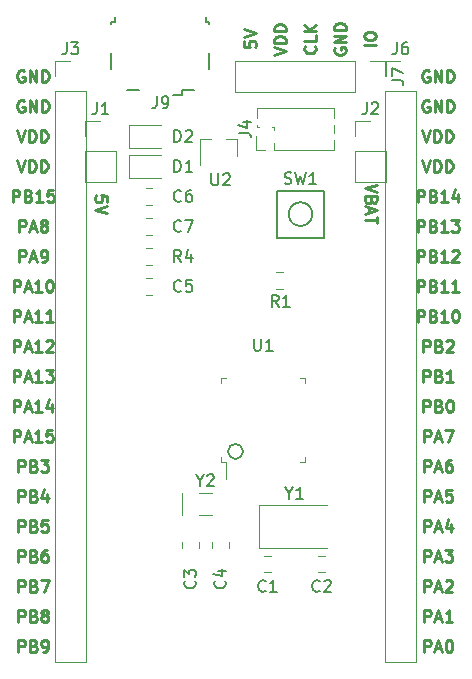
<source format=gbr>
G04 #@! TF.GenerationSoftware,KiCad,Pcbnew,5.1.4*
G04 #@! TF.CreationDate,2019-11-03T23:23:53+01:00*
G04 #@! TF.ProjectId,stm32XxxxCx_board,73746d33-3258-4787-9878-43785f626f61,rev?*
G04 #@! TF.SameCoordinates,Original*
G04 #@! TF.FileFunction,Legend,Top*
G04 #@! TF.FilePolarity,Positive*
%FSLAX46Y46*%
G04 Gerber Fmt 4.6, Leading zero omitted, Abs format (unit mm)*
G04 Created by KiCad (PCBNEW 5.1.4) date 2019-11-03 23:23:53*
%MOMM*%
%LPD*%
G04 APERTURE LIST*
%ADD10C,0.250000*%
%ADD11C,0.200000*%
%ADD12C,0.150000*%
%ADD13C,0.120000*%
G04 APERTURE END LIST*
D10*
X163107619Y-65032142D02*
X162107619Y-65365476D01*
X163107619Y-65698809D01*
X162631428Y-66365476D02*
X162583809Y-66508333D01*
X162536190Y-66555952D01*
X162440952Y-66603571D01*
X162298095Y-66603571D01*
X162202857Y-66555952D01*
X162155238Y-66508333D01*
X162107619Y-66413095D01*
X162107619Y-66032142D01*
X163107619Y-66032142D01*
X163107619Y-66365476D01*
X163060000Y-66460714D01*
X163012380Y-66508333D01*
X162917142Y-66555952D01*
X162821904Y-66555952D01*
X162726666Y-66508333D01*
X162679047Y-66460714D01*
X162631428Y-66365476D01*
X162631428Y-66032142D01*
X162393333Y-66984523D02*
X162393333Y-67460714D01*
X162107619Y-66889285D02*
X163107619Y-67222619D01*
X162107619Y-67555952D01*
X163107619Y-67746428D02*
X163107619Y-68317857D01*
X162107619Y-68032142D02*
X163107619Y-68032142D01*
X140247619Y-66484523D02*
X140247619Y-66008333D01*
X139771428Y-65960714D01*
X139819047Y-66008333D01*
X139866666Y-66103571D01*
X139866666Y-66341666D01*
X139819047Y-66436904D01*
X139771428Y-66484523D01*
X139676190Y-66532142D01*
X139438095Y-66532142D01*
X139342857Y-66484523D01*
X139295238Y-66436904D01*
X139247619Y-66341666D01*
X139247619Y-66103571D01*
X139295238Y-66008333D01*
X139342857Y-65960714D01*
X140247619Y-66817857D02*
X139247619Y-67151190D01*
X140247619Y-67484523D01*
X132651666Y-60412380D02*
X132985000Y-61412380D01*
X133318333Y-60412380D01*
X133651666Y-61412380D02*
X133651666Y-60412380D01*
X133889761Y-60412380D01*
X134032619Y-60460000D01*
X134127857Y-60555238D01*
X134175476Y-60650476D01*
X134223095Y-60840952D01*
X134223095Y-60983809D01*
X134175476Y-61174285D01*
X134127857Y-61269523D01*
X134032619Y-61364761D01*
X133889761Y-61412380D01*
X133651666Y-61412380D01*
X134651666Y-61412380D02*
X134651666Y-60412380D01*
X134889761Y-60412380D01*
X135032619Y-60460000D01*
X135127857Y-60555238D01*
X135175476Y-60650476D01*
X135223095Y-60840952D01*
X135223095Y-60983809D01*
X135175476Y-61174285D01*
X135127857Y-61269523D01*
X135032619Y-61364761D01*
X134889761Y-61412380D01*
X134651666Y-61412380D01*
X133223095Y-55380000D02*
X133127857Y-55332380D01*
X132985000Y-55332380D01*
X132842142Y-55380000D01*
X132746904Y-55475238D01*
X132699285Y-55570476D01*
X132651666Y-55760952D01*
X132651666Y-55903809D01*
X132699285Y-56094285D01*
X132746904Y-56189523D01*
X132842142Y-56284761D01*
X132985000Y-56332380D01*
X133080238Y-56332380D01*
X133223095Y-56284761D01*
X133270714Y-56237142D01*
X133270714Y-55903809D01*
X133080238Y-55903809D01*
X133699285Y-56332380D02*
X133699285Y-55332380D01*
X134270714Y-56332380D01*
X134270714Y-55332380D01*
X134746904Y-56332380D02*
X134746904Y-55332380D01*
X134985000Y-55332380D01*
X135127857Y-55380000D01*
X135223095Y-55475238D01*
X135270714Y-55570476D01*
X135318333Y-55760952D01*
X135318333Y-55903809D01*
X135270714Y-56094285D01*
X135223095Y-56189523D01*
X135127857Y-56284761D01*
X134985000Y-56332380D01*
X134746904Y-56332380D01*
X133223095Y-57920000D02*
X133127857Y-57872380D01*
X132985000Y-57872380D01*
X132842142Y-57920000D01*
X132746904Y-58015238D01*
X132699285Y-58110476D01*
X132651666Y-58300952D01*
X132651666Y-58443809D01*
X132699285Y-58634285D01*
X132746904Y-58729523D01*
X132842142Y-58824761D01*
X132985000Y-58872380D01*
X133080238Y-58872380D01*
X133223095Y-58824761D01*
X133270714Y-58777142D01*
X133270714Y-58443809D01*
X133080238Y-58443809D01*
X133699285Y-58872380D02*
X133699285Y-57872380D01*
X134270714Y-58872380D01*
X134270714Y-57872380D01*
X134746904Y-58872380D02*
X134746904Y-57872380D01*
X134985000Y-57872380D01*
X135127857Y-57920000D01*
X135223095Y-58015238D01*
X135270714Y-58110476D01*
X135318333Y-58300952D01*
X135318333Y-58443809D01*
X135270714Y-58634285D01*
X135223095Y-58729523D01*
X135127857Y-58824761D01*
X134985000Y-58872380D01*
X134746904Y-58872380D01*
X132651666Y-62952380D02*
X132985000Y-63952380D01*
X133318333Y-62952380D01*
X133651666Y-63952380D02*
X133651666Y-62952380D01*
X133889761Y-62952380D01*
X134032619Y-63000000D01*
X134127857Y-63095238D01*
X134175476Y-63190476D01*
X134223095Y-63380952D01*
X134223095Y-63523809D01*
X134175476Y-63714285D01*
X134127857Y-63809523D01*
X134032619Y-63904761D01*
X133889761Y-63952380D01*
X133651666Y-63952380D01*
X134651666Y-63952380D02*
X134651666Y-62952380D01*
X134889761Y-62952380D01*
X135032619Y-63000000D01*
X135127857Y-63095238D01*
X135175476Y-63190476D01*
X135223095Y-63380952D01*
X135223095Y-63523809D01*
X135175476Y-63714285D01*
X135127857Y-63809523D01*
X135032619Y-63904761D01*
X134889761Y-63952380D01*
X134651666Y-63952380D01*
X167513095Y-55380000D02*
X167417857Y-55332380D01*
X167275000Y-55332380D01*
X167132142Y-55380000D01*
X167036904Y-55475238D01*
X166989285Y-55570476D01*
X166941666Y-55760952D01*
X166941666Y-55903809D01*
X166989285Y-56094285D01*
X167036904Y-56189523D01*
X167132142Y-56284761D01*
X167275000Y-56332380D01*
X167370238Y-56332380D01*
X167513095Y-56284761D01*
X167560714Y-56237142D01*
X167560714Y-55903809D01*
X167370238Y-55903809D01*
X167989285Y-56332380D02*
X167989285Y-55332380D01*
X168560714Y-56332380D01*
X168560714Y-55332380D01*
X169036904Y-56332380D02*
X169036904Y-55332380D01*
X169275000Y-55332380D01*
X169417857Y-55380000D01*
X169513095Y-55475238D01*
X169560714Y-55570476D01*
X169608333Y-55760952D01*
X169608333Y-55903809D01*
X169560714Y-56094285D01*
X169513095Y-56189523D01*
X169417857Y-56284761D01*
X169275000Y-56332380D01*
X169036904Y-56332380D01*
X167513095Y-57920000D02*
X167417857Y-57872380D01*
X167275000Y-57872380D01*
X167132142Y-57920000D01*
X167036904Y-58015238D01*
X166989285Y-58110476D01*
X166941666Y-58300952D01*
X166941666Y-58443809D01*
X166989285Y-58634285D01*
X167036904Y-58729523D01*
X167132142Y-58824761D01*
X167275000Y-58872380D01*
X167370238Y-58872380D01*
X167513095Y-58824761D01*
X167560714Y-58777142D01*
X167560714Y-58443809D01*
X167370238Y-58443809D01*
X167989285Y-58872380D02*
X167989285Y-57872380D01*
X168560714Y-58872380D01*
X168560714Y-57872380D01*
X169036904Y-58872380D02*
X169036904Y-57872380D01*
X169275000Y-57872380D01*
X169417857Y-57920000D01*
X169513095Y-58015238D01*
X169560714Y-58110476D01*
X169608333Y-58300952D01*
X169608333Y-58443809D01*
X169560714Y-58634285D01*
X169513095Y-58729523D01*
X169417857Y-58824761D01*
X169275000Y-58872380D01*
X169036904Y-58872380D01*
X166941666Y-60412380D02*
X167275000Y-61412380D01*
X167608333Y-60412380D01*
X167941666Y-61412380D02*
X167941666Y-60412380D01*
X168179761Y-60412380D01*
X168322619Y-60460000D01*
X168417857Y-60555238D01*
X168465476Y-60650476D01*
X168513095Y-60840952D01*
X168513095Y-60983809D01*
X168465476Y-61174285D01*
X168417857Y-61269523D01*
X168322619Y-61364761D01*
X168179761Y-61412380D01*
X167941666Y-61412380D01*
X168941666Y-61412380D02*
X168941666Y-60412380D01*
X169179761Y-60412380D01*
X169322619Y-60460000D01*
X169417857Y-60555238D01*
X169465476Y-60650476D01*
X169513095Y-60840952D01*
X169513095Y-60983809D01*
X169465476Y-61174285D01*
X169417857Y-61269523D01*
X169322619Y-61364761D01*
X169179761Y-61412380D01*
X168941666Y-61412380D01*
X166941666Y-62952380D02*
X167275000Y-63952380D01*
X167608333Y-62952380D01*
X167941666Y-63952380D02*
X167941666Y-62952380D01*
X168179761Y-62952380D01*
X168322619Y-63000000D01*
X168417857Y-63095238D01*
X168465476Y-63190476D01*
X168513095Y-63380952D01*
X168513095Y-63523809D01*
X168465476Y-63714285D01*
X168417857Y-63809523D01*
X168322619Y-63904761D01*
X168179761Y-63952380D01*
X167941666Y-63952380D01*
X168941666Y-63952380D02*
X168941666Y-62952380D01*
X169179761Y-62952380D01*
X169322619Y-63000000D01*
X169417857Y-63095238D01*
X169465476Y-63190476D01*
X169513095Y-63380952D01*
X169513095Y-63523809D01*
X169465476Y-63714285D01*
X169417857Y-63809523D01*
X169322619Y-63904761D01*
X169179761Y-63952380D01*
X168941666Y-63952380D01*
X167108333Y-104592380D02*
X167108333Y-103592380D01*
X167489285Y-103592380D01*
X167584523Y-103640000D01*
X167632142Y-103687619D01*
X167679761Y-103782857D01*
X167679761Y-103925714D01*
X167632142Y-104020952D01*
X167584523Y-104068571D01*
X167489285Y-104116190D01*
X167108333Y-104116190D01*
X168060714Y-104306666D02*
X168536904Y-104306666D01*
X167965476Y-104592380D02*
X168298809Y-103592380D01*
X168632142Y-104592380D01*
X169155952Y-103592380D02*
X169251190Y-103592380D01*
X169346428Y-103640000D01*
X169394047Y-103687619D01*
X169441666Y-103782857D01*
X169489285Y-103973333D01*
X169489285Y-104211428D01*
X169441666Y-104401904D01*
X169394047Y-104497142D01*
X169346428Y-104544761D01*
X169251190Y-104592380D01*
X169155952Y-104592380D01*
X169060714Y-104544761D01*
X169013095Y-104497142D01*
X168965476Y-104401904D01*
X168917857Y-104211428D01*
X168917857Y-103973333D01*
X168965476Y-103782857D01*
X169013095Y-103687619D01*
X169060714Y-103640000D01*
X169155952Y-103592380D01*
X167036904Y-84272380D02*
X167036904Y-83272380D01*
X167417857Y-83272380D01*
X167513095Y-83320000D01*
X167560714Y-83367619D01*
X167608333Y-83462857D01*
X167608333Y-83605714D01*
X167560714Y-83700952D01*
X167513095Y-83748571D01*
X167417857Y-83796190D01*
X167036904Y-83796190D01*
X168370238Y-83748571D02*
X168513095Y-83796190D01*
X168560714Y-83843809D01*
X168608333Y-83939047D01*
X168608333Y-84081904D01*
X168560714Y-84177142D01*
X168513095Y-84224761D01*
X168417857Y-84272380D01*
X168036904Y-84272380D01*
X168036904Y-83272380D01*
X168370238Y-83272380D01*
X168465476Y-83320000D01*
X168513095Y-83367619D01*
X168560714Y-83462857D01*
X168560714Y-83558095D01*
X168513095Y-83653333D01*
X168465476Y-83700952D01*
X168370238Y-83748571D01*
X168036904Y-83748571D01*
X169227380Y-83272380D02*
X169322619Y-83272380D01*
X169417857Y-83320000D01*
X169465476Y-83367619D01*
X169513095Y-83462857D01*
X169560714Y-83653333D01*
X169560714Y-83891428D01*
X169513095Y-84081904D01*
X169465476Y-84177142D01*
X169417857Y-84224761D01*
X169322619Y-84272380D01*
X169227380Y-84272380D01*
X169132142Y-84224761D01*
X169084523Y-84177142D01*
X169036904Y-84081904D01*
X168989285Y-83891428D01*
X168989285Y-83653333D01*
X169036904Y-83462857D01*
X169084523Y-83367619D01*
X169132142Y-83320000D01*
X169227380Y-83272380D01*
X166560714Y-71572380D02*
X166560714Y-70572380D01*
X166941666Y-70572380D01*
X167036904Y-70620000D01*
X167084523Y-70667619D01*
X167132142Y-70762857D01*
X167132142Y-70905714D01*
X167084523Y-71000952D01*
X167036904Y-71048571D01*
X166941666Y-71096190D01*
X166560714Y-71096190D01*
X167894047Y-71048571D02*
X168036904Y-71096190D01*
X168084523Y-71143809D01*
X168132142Y-71239047D01*
X168132142Y-71381904D01*
X168084523Y-71477142D01*
X168036904Y-71524761D01*
X167941666Y-71572380D01*
X167560714Y-71572380D01*
X167560714Y-70572380D01*
X167894047Y-70572380D01*
X167989285Y-70620000D01*
X168036904Y-70667619D01*
X168084523Y-70762857D01*
X168084523Y-70858095D01*
X168036904Y-70953333D01*
X167989285Y-71000952D01*
X167894047Y-71048571D01*
X167560714Y-71048571D01*
X169084523Y-71572380D02*
X168513095Y-71572380D01*
X168798809Y-71572380D02*
X168798809Y-70572380D01*
X168703571Y-70715238D01*
X168608333Y-70810476D01*
X168513095Y-70858095D01*
X169465476Y-70667619D02*
X169513095Y-70620000D01*
X169608333Y-70572380D01*
X169846428Y-70572380D01*
X169941666Y-70620000D01*
X169989285Y-70667619D01*
X170036904Y-70762857D01*
X170036904Y-70858095D01*
X169989285Y-71000952D01*
X169417857Y-71572380D01*
X170036904Y-71572380D01*
X167108333Y-96972380D02*
X167108333Y-95972380D01*
X167489285Y-95972380D01*
X167584523Y-96020000D01*
X167632142Y-96067619D01*
X167679761Y-96162857D01*
X167679761Y-96305714D01*
X167632142Y-96400952D01*
X167584523Y-96448571D01*
X167489285Y-96496190D01*
X167108333Y-96496190D01*
X168060714Y-96686666D02*
X168536904Y-96686666D01*
X167965476Y-96972380D02*
X168298809Y-95972380D01*
X168632142Y-96972380D01*
X168870238Y-95972380D02*
X169489285Y-95972380D01*
X169155952Y-96353333D01*
X169298809Y-96353333D01*
X169394047Y-96400952D01*
X169441666Y-96448571D01*
X169489285Y-96543809D01*
X169489285Y-96781904D01*
X169441666Y-96877142D01*
X169394047Y-96924761D01*
X169298809Y-96972380D01*
X169013095Y-96972380D01*
X168917857Y-96924761D01*
X168870238Y-96877142D01*
X167108333Y-94432380D02*
X167108333Y-93432380D01*
X167489285Y-93432380D01*
X167584523Y-93480000D01*
X167632142Y-93527619D01*
X167679761Y-93622857D01*
X167679761Y-93765714D01*
X167632142Y-93860952D01*
X167584523Y-93908571D01*
X167489285Y-93956190D01*
X167108333Y-93956190D01*
X168060714Y-94146666D02*
X168536904Y-94146666D01*
X167965476Y-94432380D02*
X168298809Y-93432380D01*
X168632142Y-94432380D01*
X169394047Y-93765714D02*
X169394047Y-94432380D01*
X169155952Y-93384761D02*
X168917857Y-94099047D01*
X169536904Y-94099047D01*
X167036904Y-79192380D02*
X167036904Y-78192380D01*
X167417857Y-78192380D01*
X167513095Y-78240000D01*
X167560714Y-78287619D01*
X167608333Y-78382857D01*
X167608333Y-78525714D01*
X167560714Y-78620952D01*
X167513095Y-78668571D01*
X167417857Y-78716190D01*
X167036904Y-78716190D01*
X168370238Y-78668571D02*
X168513095Y-78716190D01*
X168560714Y-78763809D01*
X168608333Y-78859047D01*
X168608333Y-79001904D01*
X168560714Y-79097142D01*
X168513095Y-79144761D01*
X168417857Y-79192380D01*
X168036904Y-79192380D01*
X168036904Y-78192380D01*
X168370238Y-78192380D01*
X168465476Y-78240000D01*
X168513095Y-78287619D01*
X168560714Y-78382857D01*
X168560714Y-78478095D01*
X168513095Y-78573333D01*
X168465476Y-78620952D01*
X168370238Y-78668571D01*
X168036904Y-78668571D01*
X168989285Y-78287619D02*
X169036904Y-78240000D01*
X169132142Y-78192380D01*
X169370238Y-78192380D01*
X169465476Y-78240000D01*
X169513095Y-78287619D01*
X169560714Y-78382857D01*
X169560714Y-78478095D01*
X169513095Y-78620952D01*
X168941666Y-79192380D01*
X169560714Y-79192380D01*
X167108333Y-102052380D02*
X167108333Y-101052380D01*
X167489285Y-101052380D01*
X167584523Y-101100000D01*
X167632142Y-101147619D01*
X167679761Y-101242857D01*
X167679761Y-101385714D01*
X167632142Y-101480952D01*
X167584523Y-101528571D01*
X167489285Y-101576190D01*
X167108333Y-101576190D01*
X168060714Y-101766666D02*
X168536904Y-101766666D01*
X167965476Y-102052380D02*
X168298809Y-101052380D01*
X168632142Y-102052380D01*
X169489285Y-102052380D02*
X168917857Y-102052380D01*
X169203571Y-102052380D02*
X169203571Y-101052380D01*
X169108333Y-101195238D01*
X169013095Y-101290476D01*
X168917857Y-101338095D01*
X167108333Y-86812380D02*
X167108333Y-85812380D01*
X167489285Y-85812380D01*
X167584523Y-85860000D01*
X167632142Y-85907619D01*
X167679761Y-86002857D01*
X167679761Y-86145714D01*
X167632142Y-86240952D01*
X167584523Y-86288571D01*
X167489285Y-86336190D01*
X167108333Y-86336190D01*
X168060714Y-86526666D02*
X168536904Y-86526666D01*
X167965476Y-86812380D02*
X168298809Y-85812380D01*
X168632142Y-86812380D01*
X168870238Y-85812380D02*
X169536904Y-85812380D01*
X169108333Y-86812380D01*
X166560714Y-69032380D02*
X166560714Y-68032380D01*
X166941666Y-68032380D01*
X167036904Y-68080000D01*
X167084523Y-68127619D01*
X167132142Y-68222857D01*
X167132142Y-68365714D01*
X167084523Y-68460952D01*
X167036904Y-68508571D01*
X166941666Y-68556190D01*
X166560714Y-68556190D01*
X167894047Y-68508571D02*
X168036904Y-68556190D01*
X168084523Y-68603809D01*
X168132142Y-68699047D01*
X168132142Y-68841904D01*
X168084523Y-68937142D01*
X168036904Y-68984761D01*
X167941666Y-69032380D01*
X167560714Y-69032380D01*
X167560714Y-68032380D01*
X167894047Y-68032380D01*
X167989285Y-68080000D01*
X168036904Y-68127619D01*
X168084523Y-68222857D01*
X168084523Y-68318095D01*
X168036904Y-68413333D01*
X167989285Y-68460952D01*
X167894047Y-68508571D01*
X167560714Y-68508571D01*
X169084523Y-69032380D02*
X168513095Y-69032380D01*
X168798809Y-69032380D02*
X168798809Y-68032380D01*
X168703571Y-68175238D01*
X168608333Y-68270476D01*
X168513095Y-68318095D01*
X169417857Y-68032380D02*
X170036904Y-68032380D01*
X169703571Y-68413333D01*
X169846428Y-68413333D01*
X169941666Y-68460952D01*
X169989285Y-68508571D01*
X170036904Y-68603809D01*
X170036904Y-68841904D01*
X169989285Y-68937142D01*
X169941666Y-68984761D01*
X169846428Y-69032380D01*
X169560714Y-69032380D01*
X169465476Y-68984761D01*
X169417857Y-68937142D01*
X167108333Y-99512380D02*
X167108333Y-98512380D01*
X167489285Y-98512380D01*
X167584523Y-98560000D01*
X167632142Y-98607619D01*
X167679761Y-98702857D01*
X167679761Y-98845714D01*
X167632142Y-98940952D01*
X167584523Y-98988571D01*
X167489285Y-99036190D01*
X167108333Y-99036190D01*
X168060714Y-99226666D02*
X168536904Y-99226666D01*
X167965476Y-99512380D02*
X168298809Y-98512380D01*
X168632142Y-99512380D01*
X168917857Y-98607619D02*
X168965476Y-98560000D01*
X169060714Y-98512380D01*
X169298809Y-98512380D01*
X169394047Y-98560000D01*
X169441666Y-98607619D01*
X169489285Y-98702857D01*
X169489285Y-98798095D01*
X169441666Y-98940952D01*
X168870238Y-99512380D01*
X169489285Y-99512380D01*
X166560714Y-74112380D02*
X166560714Y-73112380D01*
X166941666Y-73112380D01*
X167036904Y-73160000D01*
X167084523Y-73207619D01*
X167132142Y-73302857D01*
X167132142Y-73445714D01*
X167084523Y-73540952D01*
X167036904Y-73588571D01*
X166941666Y-73636190D01*
X166560714Y-73636190D01*
X167894047Y-73588571D02*
X168036904Y-73636190D01*
X168084523Y-73683809D01*
X168132142Y-73779047D01*
X168132142Y-73921904D01*
X168084523Y-74017142D01*
X168036904Y-74064761D01*
X167941666Y-74112380D01*
X167560714Y-74112380D01*
X167560714Y-73112380D01*
X167894047Y-73112380D01*
X167989285Y-73160000D01*
X168036904Y-73207619D01*
X168084523Y-73302857D01*
X168084523Y-73398095D01*
X168036904Y-73493333D01*
X167989285Y-73540952D01*
X167894047Y-73588571D01*
X167560714Y-73588571D01*
X169084523Y-74112380D02*
X168513095Y-74112380D01*
X168798809Y-74112380D02*
X168798809Y-73112380D01*
X168703571Y-73255238D01*
X168608333Y-73350476D01*
X168513095Y-73398095D01*
X170036904Y-74112380D02*
X169465476Y-74112380D01*
X169751190Y-74112380D02*
X169751190Y-73112380D01*
X169655952Y-73255238D01*
X169560714Y-73350476D01*
X169465476Y-73398095D01*
X167108333Y-91892380D02*
X167108333Y-90892380D01*
X167489285Y-90892380D01*
X167584523Y-90940000D01*
X167632142Y-90987619D01*
X167679761Y-91082857D01*
X167679761Y-91225714D01*
X167632142Y-91320952D01*
X167584523Y-91368571D01*
X167489285Y-91416190D01*
X167108333Y-91416190D01*
X168060714Y-91606666D02*
X168536904Y-91606666D01*
X167965476Y-91892380D02*
X168298809Y-90892380D01*
X168632142Y-91892380D01*
X169441666Y-90892380D02*
X168965476Y-90892380D01*
X168917857Y-91368571D01*
X168965476Y-91320952D01*
X169060714Y-91273333D01*
X169298809Y-91273333D01*
X169394047Y-91320952D01*
X169441666Y-91368571D01*
X169489285Y-91463809D01*
X169489285Y-91701904D01*
X169441666Y-91797142D01*
X169394047Y-91844761D01*
X169298809Y-91892380D01*
X169060714Y-91892380D01*
X168965476Y-91844761D01*
X168917857Y-91797142D01*
X167108333Y-89352380D02*
X167108333Y-88352380D01*
X167489285Y-88352380D01*
X167584523Y-88400000D01*
X167632142Y-88447619D01*
X167679761Y-88542857D01*
X167679761Y-88685714D01*
X167632142Y-88780952D01*
X167584523Y-88828571D01*
X167489285Y-88876190D01*
X167108333Y-88876190D01*
X168060714Y-89066666D02*
X168536904Y-89066666D01*
X167965476Y-89352380D02*
X168298809Y-88352380D01*
X168632142Y-89352380D01*
X169394047Y-88352380D02*
X169203571Y-88352380D01*
X169108333Y-88400000D01*
X169060714Y-88447619D01*
X168965476Y-88590476D01*
X168917857Y-88780952D01*
X168917857Y-89161904D01*
X168965476Y-89257142D01*
X169013095Y-89304761D01*
X169108333Y-89352380D01*
X169298809Y-89352380D01*
X169394047Y-89304761D01*
X169441666Y-89257142D01*
X169489285Y-89161904D01*
X169489285Y-88923809D01*
X169441666Y-88828571D01*
X169394047Y-88780952D01*
X169298809Y-88733333D01*
X169108333Y-88733333D01*
X169013095Y-88780952D01*
X168965476Y-88828571D01*
X168917857Y-88923809D01*
X167036904Y-81732380D02*
X167036904Y-80732380D01*
X167417857Y-80732380D01*
X167513095Y-80780000D01*
X167560714Y-80827619D01*
X167608333Y-80922857D01*
X167608333Y-81065714D01*
X167560714Y-81160952D01*
X167513095Y-81208571D01*
X167417857Y-81256190D01*
X167036904Y-81256190D01*
X168370238Y-81208571D02*
X168513095Y-81256190D01*
X168560714Y-81303809D01*
X168608333Y-81399047D01*
X168608333Y-81541904D01*
X168560714Y-81637142D01*
X168513095Y-81684761D01*
X168417857Y-81732380D01*
X168036904Y-81732380D01*
X168036904Y-80732380D01*
X168370238Y-80732380D01*
X168465476Y-80780000D01*
X168513095Y-80827619D01*
X168560714Y-80922857D01*
X168560714Y-81018095D01*
X168513095Y-81113333D01*
X168465476Y-81160952D01*
X168370238Y-81208571D01*
X168036904Y-81208571D01*
X169560714Y-81732380D02*
X168989285Y-81732380D01*
X169275000Y-81732380D02*
X169275000Y-80732380D01*
X169179761Y-80875238D01*
X169084523Y-80970476D01*
X168989285Y-81018095D01*
X166560714Y-66492380D02*
X166560714Y-65492380D01*
X166941666Y-65492380D01*
X167036904Y-65540000D01*
X167084523Y-65587619D01*
X167132142Y-65682857D01*
X167132142Y-65825714D01*
X167084523Y-65920952D01*
X167036904Y-65968571D01*
X166941666Y-66016190D01*
X166560714Y-66016190D01*
X167894047Y-65968571D02*
X168036904Y-66016190D01*
X168084523Y-66063809D01*
X168132142Y-66159047D01*
X168132142Y-66301904D01*
X168084523Y-66397142D01*
X168036904Y-66444761D01*
X167941666Y-66492380D01*
X167560714Y-66492380D01*
X167560714Y-65492380D01*
X167894047Y-65492380D01*
X167989285Y-65540000D01*
X168036904Y-65587619D01*
X168084523Y-65682857D01*
X168084523Y-65778095D01*
X168036904Y-65873333D01*
X167989285Y-65920952D01*
X167894047Y-65968571D01*
X167560714Y-65968571D01*
X169084523Y-66492380D02*
X168513095Y-66492380D01*
X168798809Y-66492380D02*
X168798809Y-65492380D01*
X168703571Y-65635238D01*
X168608333Y-65730476D01*
X168513095Y-65778095D01*
X169941666Y-65825714D02*
X169941666Y-66492380D01*
X169703571Y-65444761D02*
X169465476Y-66159047D01*
X170084523Y-66159047D01*
X166560714Y-76652380D02*
X166560714Y-75652380D01*
X166941666Y-75652380D01*
X167036904Y-75700000D01*
X167084523Y-75747619D01*
X167132142Y-75842857D01*
X167132142Y-75985714D01*
X167084523Y-76080952D01*
X167036904Y-76128571D01*
X166941666Y-76176190D01*
X166560714Y-76176190D01*
X167894047Y-76128571D02*
X168036904Y-76176190D01*
X168084523Y-76223809D01*
X168132142Y-76319047D01*
X168132142Y-76461904D01*
X168084523Y-76557142D01*
X168036904Y-76604761D01*
X167941666Y-76652380D01*
X167560714Y-76652380D01*
X167560714Y-75652380D01*
X167894047Y-75652380D01*
X167989285Y-75700000D01*
X168036904Y-75747619D01*
X168084523Y-75842857D01*
X168084523Y-75938095D01*
X168036904Y-76033333D01*
X167989285Y-76080952D01*
X167894047Y-76128571D01*
X167560714Y-76128571D01*
X169084523Y-76652380D02*
X168513095Y-76652380D01*
X168798809Y-76652380D02*
X168798809Y-75652380D01*
X168703571Y-75795238D01*
X168608333Y-75890476D01*
X168513095Y-75938095D01*
X169703571Y-75652380D02*
X169798809Y-75652380D01*
X169894047Y-75700000D01*
X169941666Y-75747619D01*
X169989285Y-75842857D01*
X170036904Y-76033333D01*
X170036904Y-76271428D01*
X169989285Y-76461904D01*
X169941666Y-76557142D01*
X169894047Y-76604761D01*
X169798809Y-76652380D01*
X169703571Y-76652380D01*
X169608333Y-76604761D01*
X169560714Y-76557142D01*
X169513095Y-76461904D01*
X169465476Y-76271428D01*
X169465476Y-76033333D01*
X169513095Y-75842857D01*
X169560714Y-75747619D01*
X169608333Y-75700000D01*
X169703571Y-75652380D01*
X132342142Y-74112380D02*
X132342142Y-73112380D01*
X132723095Y-73112380D01*
X132818333Y-73160000D01*
X132865952Y-73207619D01*
X132913571Y-73302857D01*
X132913571Y-73445714D01*
X132865952Y-73540952D01*
X132818333Y-73588571D01*
X132723095Y-73636190D01*
X132342142Y-73636190D01*
X133294523Y-73826666D02*
X133770714Y-73826666D01*
X133199285Y-74112380D02*
X133532619Y-73112380D01*
X133865952Y-74112380D01*
X134723095Y-74112380D02*
X134151666Y-74112380D01*
X134437380Y-74112380D02*
X134437380Y-73112380D01*
X134342142Y-73255238D01*
X134246904Y-73350476D01*
X134151666Y-73398095D01*
X135342142Y-73112380D02*
X135437380Y-73112380D01*
X135532619Y-73160000D01*
X135580238Y-73207619D01*
X135627857Y-73302857D01*
X135675476Y-73493333D01*
X135675476Y-73731428D01*
X135627857Y-73921904D01*
X135580238Y-74017142D01*
X135532619Y-74064761D01*
X135437380Y-74112380D01*
X135342142Y-74112380D01*
X135246904Y-74064761D01*
X135199285Y-74017142D01*
X135151666Y-73921904D01*
X135104047Y-73731428D01*
X135104047Y-73493333D01*
X135151666Y-73302857D01*
X135199285Y-73207619D01*
X135246904Y-73160000D01*
X135342142Y-73112380D01*
X132818333Y-69032380D02*
X132818333Y-68032380D01*
X133199285Y-68032380D01*
X133294523Y-68080000D01*
X133342142Y-68127619D01*
X133389761Y-68222857D01*
X133389761Y-68365714D01*
X133342142Y-68460952D01*
X133294523Y-68508571D01*
X133199285Y-68556190D01*
X132818333Y-68556190D01*
X133770714Y-68746666D02*
X134246904Y-68746666D01*
X133675476Y-69032380D02*
X134008809Y-68032380D01*
X134342142Y-69032380D01*
X134818333Y-68460952D02*
X134723095Y-68413333D01*
X134675476Y-68365714D01*
X134627857Y-68270476D01*
X134627857Y-68222857D01*
X134675476Y-68127619D01*
X134723095Y-68080000D01*
X134818333Y-68032380D01*
X135008809Y-68032380D01*
X135104047Y-68080000D01*
X135151666Y-68127619D01*
X135199285Y-68222857D01*
X135199285Y-68270476D01*
X135151666Y-68365714D01*
X135104047Y-68413333D01*
X135008809Y-68460952D01*
X134818333Y-68460952D01*
X134723095Y-68508571D01*
X134675476Y-68556190D01*
X134627857Y-68651428D01*
X134627857Y-68841904D01*
X134675476Y-68937142D01*
X134723095Y-68984761D01*
X134818333Y-69032380D01*
X135008809Y-69032380D01*
X135104047Y-68984761D01*
X135151666Y-68937142D01*
X135199285Y-68841904D01*
X135199285Y-68651428D01*
X135151666Y-68556190D01*
X135104047Y-68508571D01*
X135008809Y-68460952D01*
X132818333Y-71572380D02*
X132818333Y-70572380D01*
X133199285Y-70572380D01*
X133294523Y-70620000D01*
X133342142Y-70667619D01*
X133389761Y-70762857D01*
X133389761Y-70905714D01*
X133342142Y-71000952D01*
X133294523Y-71048571D01*
X133199285Y-71096190D01*
X132818333Y-71096190D01*
X133770714Y-71286666D02*
X134246904Y-71286666D01*
X133675476Y-71572380D02*
X134008809Y-70572380D01*
X134342142Y-71572380D01*
X134723095Y-71572380D02*
X134913571Y-71572380D01*
X135008809Y-71524761D01*
X135056428Y-71477142D01*
X135151666Y-71334285D01*
X135199285Y-71143809D01*
X135199285Y-70762857D01*
X135151666Y-70667619D01*
X135104047Y-70620000D01*
X135008809Y-70572380D01*
X134818333Y-70572380D01*
X134723095Y-70620000D01*
X134675476Y-70667619D01*
X134627857Y-70762857D01*
X134627857Y-71000952D01*
X134675476Y-71096190D01*
X134723095Y-71143809D01*
X134818333Y-71191428D01*
X135008809Y-71191428D01*
X135104047Y-71143809D01*
X135151666Y-71096190D01*
X135199285Y-71000952D01*
X132270714Y-66492380D02*
X132270714Y-65492380D01*
X132651666Y-65492380D01*
X132746904Y-65540000D01*
X132794523Y-65587619D01*
X132842142Y-65682857D01*
X132842142Y-65825714D01*
X132794523Y-65920952D01*
X132746904Y-65968571D01*
X132651666Y-66016190D01*
X132270714Y-66016190D01*
X133604047Y-65968571D02*
X133746904Y-66016190D01*
X133794523Y-66063809D01*
X133842142Y-66159047D01*
X133842142Y-66301904D01*
X133794523Y-66397142D01*
X133746904Y-66444761D01*
X133651666Y-66492380D01*
X133270714Y-66492380D01*
X133270714Y-65492380D01*
X133604047Y-65492380D01*
X133699285Y-65540000D01*
X133746904Y-65587619D01*
X133794523Y-65682857D01*
X133794523Y-65778095D01*
X133746904Y-65873333D01*
X133699285Y-65920952D01*
X133604047Y-65968571D01*
X133270714Y-65968571D01*
X134794523Y-66492380D02*
X134223095Y-66492380D01*
X134508809Y-66492380D02*
X134508809Y-65492380D01*
X134413571Y-65635238D01*
X134318333Y-65730476D01*
X134223095Y-65778095D01*
X135699285Y-65492380D02*
X135223095Y-65492380D01*
X135175476Y-65968571D01*
X135223095Y-65920952D01*
X135318333Y-65873333D01*
X135556428Y-65873333D01*
X135651666Y-65920952D01*
X135699285Y-65968571D01*
X135746904Y-66063809D01*
X135746904Y-66301904D01*
X135699285Y-66397142D01*
X135651666Y-66444761D01*
X135556428Y-66492380D01*
X135318333Y-66492380D01*
X135223095Y-66444761D01*
X135175476Y-66397142D01*
X132342142Y-81732380D02*
X132342142Y-80732380D01*
X132723095Y-80732380D01*
X132818333Y-80780000D01*
X132865952Y-80827619D01*
X132913571Y-80922857D01*
X132913571Y-81065714D01*
X132865952Y-81160952D01*
X132818333Y-81208571D01*
X132723095Y-81256190D01*
X132342142Y-81256190D01*
X133294523Y-81446666D02*
X133770714Y-81446666D01*
X133199285Y-81732380D02*
X133532619Y-80732380D01*
X133865952Y-81732380D01*
X134723095Y-81732380D02*
X134151666Y-81732380D01*
X134437380Y-81732380D02*
X134437380Y-80732380D01*
X134342142Y-80875238D01*
X134246904Y-80970476D01*
X134151666Y-81018095D01*
X135056428Y-80732380D02*
X135675476Y-80732380D01*
X135342142Y-81113333D01*
X135485000Y-81113333D01*
X135580238Y-81160952D01*
X135627857Y-81208571D01*
X135675476Y-81303809D01*
X135675476Y-81541904D01*
X135627857Y-81637142D01*
X135580238Y-81684761D01*
X135485000Y-81732380D01*
X135199285Y-81732380D01*
X135104047Y-81684761D01*
X135056428Y-81637142D01*
X132342142Y-79192380D02*
X132342142Y-78192380D01*
X132723095Y-78192380D01*
X132818333Y-78240000D01*
X132865952Y-78287619D01*
X132913571Y-78382857D01*
X132913571Y-78525714D01*
X132865952Y-78620952D01*
X132818333Y-78668571D01*
X132723095Y-78716190D01*
X132342142Y-78716190D01*
X133294523Y-78906666D02*
X133770714Y-78906666D01*
X133199285Y-79192380D02*
X133532619Y-78192380D01*
X133865952Y-79192380D01*
X134723095Y-79192380D02*
X134151666Y-79192380D01*
X134437380Y-79192380D02*
X134437380Y-78192380D01*
X134342142Y-78335238D01*
X134246904Y-78430476D01*
X134151666Y-78478095D01*
X135104047Y-78287619D02*
X135151666Y-78240000D01*
X135246904Y-78192380D01*
X135485000Y-78192380D01*
X135580238Y-78240000D01*
X135627857Y-78287619D01*
X135675476Y-78382857D01*
X135675476Y-78478095D01*
X135627857Y-78620952D01*
X135056428Y-79192380D01*
X135675476Y-79192380D01*
X132342142Y-86812380D02*
X132342142Y-85812380D01*
X132723095Y-85812380D01*
X132818333Y-85860000D01*
X132865952Y-85907619D01*
X132913571Y-86002857D01*
X132913571Y-86145714D01*
X132865952Y-86240952D01*
X132818333Y-86288571D01*
X132723095Y-86336190D01*
X132342142Y-86336190D01*
X133294523Y-86526666D02*
X133770714Y-86526666D01*
X133199285Y-86812380D02*
X133532619Y-85812380D01*
X133865952Y-86812380D01*
X134723095Y-86812380D02*
X134151666Y-86812380D01*
X134437380Y-86812380D02*
X134437380Y-85812380D01*
X134342142Y-85955238D01*
X134246904Y-86050476D01*
X134151666Y-86098095D01*
X135627857Y-85812380D02*
X135151666Y-85812380D01*
X135104047Y-86288571D01*
X135151666Y-86240952D01*
X135246904Y-86193333D01*
X135485000Y-86193333D01*
X135580238Y-86240952D01*
X135627857Y-86288571D01*
X135675476Y-86383809D01*
X135675476Y-86621904D01*
X135627857Y-86717142D01*
X135580238Y-86764761D01*
X135485000Y-86812380D01*
X135246904Y-86812380D01*
X135151666Y-86764761D01*
X135104047Y-86717142D01*
X132342142Y-84272380D02*
X132342142Y-83272380D01*
X132723095Y-83272380D01*
X132818333Y-83320000D01*
X132865952Y-83367619D01*
X132913571Y-83462857D01*
X132913571Y-83605714D01*
X132865952Y-83700952D01*
X132818333Y-83748571D01*
X132723095Y-83796190D01*
X132342142Y-83796190D01*
X133294523Y-83986666D02*
X133770714Y-83986666D01*
X133199285Y-84272380D02*
X133532619Y-83272380D01*
X133865952Y-84272380D01*
X134723095Y-84272380D02*
X134151666Y-84272380D01*
X134437380Y-84272380D02*
X134437380Y-83272380D01*
X134342142Y-83415238D01*
X134246904Y-83510476D01*
X134151666Y-83558095D01*
X135580238Y-83605714D02*
X135580238Y-84272380D01*
X135342142Y-83224761D02*
X135104047Y-83939047D01*
X135723095Y-83939047D01*
X132746904Y-89352380D02*
X132746904Y-88352380D01*
X133127857Y-88352380D01*
X133223095Y-88400000D01*
X133270714Y-88447619D01*
X133318333Y-88542857D01*
X133318333Y-88685714D01*
X133270714Y-88780952D01*
X133223095Y-88828571D01*
X133127857Y-88876190D01*
X132746904Y-88876190D01*
X134080238Y-88828571D02*
X134223095Y-88876190D01*
X134270714Y-88923809D01*
X134318333Y-89019047D01*
X134318333Y-89161904D01*
X134270714Y-89257142D01*
X134223095Y-89304761D01*
X134127857Y-89352380D01*
X133746904Y-89352380D01*
X133746904Y-88352380D01*
X134080238Y-88352380D01*
X134175476Y-88400000D01*
X134223095Y-88447619D01*
X134270714Y-88542857D01*
X134270714Y-88638095D01*
X134223095Y-88733333D01*
X134175476Y-88780952D01*
X134080238Y-88828571D01*
X133746904Y-88828571D01*
X134651666Y-88352380D02*
X135270714Y-88352380D01*
X134937380Y-88733333D01*
X135080238Y-88733333D01*
X135175476Y-88780952D01*
X135223095Y-88828571D01*
X135270714Y-88923809D01*
X135270714Y-89161904D01*
X135223095Y-89257142D01*
X135175476Y-89304761D01*
X135080238Y-89352380D01*
X134794523Y-89352380D01*
X134699285Y-89304761D01*
X134651666Y-89257142D01*
X132342142Y-76652380D02*
X132342142Y-75652380D01*
X132723095Y-75652380D01*
X132818333Y-75700000D01*
X132865952Y-75747619D01*
X132913571Y-75842857D01*
X132913571Y-75985714D01*
X132865952Y-76080952D01*
X132818333Y-76128571D01*
X132723095Y-76176190D01*
X132342142Y-76176190D01*
X133294523Y-76366666D02*
X133770714Y-76366666D01*
X133199285Y-76652380D02*
X133532619Y-75652380D01*
X133865952Y-76652380D01*
X134723095Y-76652380D02*
X134151666Y-76652380D01*
X134437380Y-76652380D02*
X134437380Y-75652380D01*
X134342142Y-75795238D01*
X134246904Y-75890476D01*
X134151666Y-75938095D01*
X135675476Y-76652380D02*
X135104047Y-76652380D01*
X135389761Y-76652380D02*
X135389761Y-75652380D01*
X135294523Y-75795238D01*
X135199285Y-75890476D01*
X135104047Y-75938095D01*
X132746904Y-94432380D02*
X132746904Y-93432380D01*
X133127857Y-93432380D01*
X133223095Y-93480000D01*
X133270714Y-93527619D01*
X133318333Y-93622857D01*
X133318333Y-93765714D01*
X133270714Y-93860952D01*
X133223095Y-93908571D01*
X133127857Y-93956190D01*
X132746904Y-93956190D01*
X134080238Y-93908571D02*
X134223095Y-93956190D01*
X134270714Y-94003809D01*
X134318333Y-94099047D01*
X134318333Y-94241904D01*
X134270714Y-94337142D01*
X134223095Y-94384761D01*
X134127857Y-94432380D01*
X133746904Y-94432380D01*
X133746904Y-93432380D01*
X134080238Y-93432380D01*
X134175476Y-93480000D01*
X134223095Y-93527619D01*
X134270714Y-93622857D01*
X134270714Y-93718095D01*
X134223095Y-93813333D01*
X134175476Y-93860952D01*
X134080238Y-93908571D01*
X133746904Y-93908571D01*
X135223095Y-93432380D02*
X134746904Y-93432380D01*
X134699285Y-93908571D01*
X134746904Y-93860952D01*
X134842142Y-93813333D01*
X135080238Y-93813333D01*
X135175476Y-93860952D01*
X135223095Y-93908571D01*
X135270714Y-94003809D01*
X135270714Y-94241904D01*
X135223095Y-94337142D01*
X135175476Y-94384761D01*
X135080238Y-94432380D01*
X134842142Y-94432380D01*
X134746904Y-94384761D01*
X134699285Y-94337142D01*
X132746904Y-91892380D02*
X132746904Y-90892380D01*
X133127857Y-90892380D01*
X133223095Y-90940000D01*
X133270714Y-90987619D01*
X133318333Y-91082857D01*
X133318333Y-91225714D01*
X133270714Y-91320952D01*
X133223095Y-91368571D01*
X133127857Y-91416190D01*
X132746904Y-91416190D01*
X134080238Y-91368571D02*
X134223095Y-91416190D01*
X134270714Y-91463809D01*
X134318333Y-91559047D01*
X134318333Y-91701904D01*
X134270714Y-91797142D01*
X134223095Y-91844761D01*
X134127857Y-91892380D01*
X133746904Y-91892380D01*
X133746904Y-90892380D01*
X134080238Y-90892380D01*
X134175476Y-90940000D01*
X134223095Y-90987619D01*
X134270714Y-91082857D01*
X134270714Y-91178095D01*
X134223095Y-91273333D01*
X134175476Y-91320952D01*
X134080238Y-91368571D01*
X133746904Y-91368571D01*
X135175476Y-91225714D02*
X135175476Y-91892380D01*
X134937380Y-90844761D02*
X134699285Y-91559047D01*
X135318333Y-91559047D01*
X132746904Y-96972380D02*
X132746904Y-95972380D01*
X133127857Y-95972380D01*
X133223095Y-96020000D01*
X133270714Y-96067619D01*
X133318333Y-96162857D01*
X133318333Y-96305714D01*
X133270714Y-96400952D01*
X133223095Y-96448571D01*
X133127857Y-96496190D01*
X132746904Y-96496190D01*
X134080238Y-96448571D02*
X134223095Y-96496190D01*
X134270714Y-96543809D01*
X134318333Y-96639047D01*
X134318333Y-96781904D01*
X134270714Y-96877142D01*
X134223095Y-96924761D01*
X134127857Y-96972380D01*
X133746904Y-96972380D01*
X133746904Y-95972380D01*
X134080238Y-95972380D01*
X134175476Y-96020000D01*
X134223095Y-96067619D01*
X134270714Y-96162857D01*
X134270714Y-96258095D01*
X134223095Y-96353333D01*
X134175476Y-96400952D01*
X134080238Y-96448571D01*
X133746904Y-96448571D01*
X135175476Y-95972380D02*
X134985000Y-95972380D01*
X134889761Y-96020000D01*
X134842142Y-96067619D01*
X134746904Y-96210476D01*
X134699285Y-96400952D01*
X134699285Y-96781904D01*
X134746904Y-96877142D01*
X134794523Y-96924761D01*
X134889761Y-96972380D01*
X135080238Y-96972380D01*
X135175476Y-96924761D01*
X135223095Y-96877142D01*
X135270714Y-96781904D01*
X135270714Y-96543809D01*
X135223095Y-96448571D01*
X135175476Y-96400952D01*
X135080238Y-96353333D01*
X134889761Y-96353333D01*
X134794523Y-96400952D01*
X134746904Y-96448571D01*
X134699285Y-96543809D01*
X132746904Y-99512380D02*
X132746904Y-98512380D01*
X133127857Y-98512380D01*
X133223095Y-98560000D01*
X133270714Y-98607619D01*
X133318333Y-98702857D01*
X133318333Y-98845714D01*
X133270714Y-98940952D01*
X133223095Y-98988571D01*
X133127857Y-99036190D01*
X132746904Y-99036190D01*
X134080238Y-98988571D02*
X134223095Y-99036190D01*
X134270714Y-99083809D01*
X134318333Y-99179047D01*
X134318333Y-99321904D01*
X134270714Y-99417142D01*
X134223095Y-99464761D01*
X134127857Y-99512380D01*
X133746904Y-99512380D01*
X133746904Y-98512380D01*
X134080238Y-98512380D01*
X134175476Y-98560000D01*
X134223095Y-98607619D01*
X134270714Y-98702857D01*
X134270714Y-98798095D01*
X134223095Y-98893333D01*
X134175476Y-98940952D01*
X134080238Y-98988571D01*
X133746904Y-98988571D01*
X134651666Y-98512380D02*
X135318333Y-98512380D01*
X134889761Y-99512380D01*
X163012380Y-53228809D02*
X162012380Y-53228809D01*
X162012380Y-52562142D02*
X162012380Y-52371666D01*
X162060000Y-52276428D01*
X162155238Y-52181190D01*
X162345714Y-52133571D01*
X162679047Y-52133571D01*
X162869523Y-52181190D01*
X162964761Y-52276428D01*
X163012380Y-52371666D01*
X163012380Y-52562142D01*
X162964761Y-52657380D01*
X162869523Y-52752619D01*
X162679047Y-52800238D01*
X162345714Y-52800238D01*
X162155238Y-52752619D01*
X162060000Y-52657380D01*
X162012380Y-52562142D01*
X157837142Y-53300238D02*
X157884761Y-53347857D01*
X157932380Y-53490714D01*
X157932380Y-53585952D01*
X157884761Y-53728809D01*
X157789523Y-53824047D01*
X157694285Y-53871666D01*
X157503809Y-53919285D01*
X157360952Y-53919285D01*
X157170476Y-53871666D01*
X157075238Y-53824047D01*
X156980000Y-53728809D01*
X156932380Y-53585952D01*
X156932380Y-53490714D01*
X156980000Y-53347857D01*
X157027619Y-53300238D01*
X157932380Y-52395476D02*
X157932380Y-52871666D01*
X156932380Y-52871666D01*
X157932380Y-52062142D02*
X156932380Y-52062142D01*
X157932380Y-51490714D02*
X157360952Y-51919285D01*
X156932380Y-51490714D02*
X157503809Y-52062142D01*
X159520000Y-53466904D02*
X159472380Y-53562142D01*
X159472380Y-53705000D01*
X159520000Y-53847857D01*
X159615238Y-53943095D01*
X159710476Y-53990714D01*
X159900952Y-54038333D01*
X160043809Y-54038333D01*
X160234285Y-53990714D01*
X160329523Y-53943095D01*
X160424761Y-53847857D01*
X160472380Y-53705000D01*
X160472380Y-53609761D01*
X160424761Y-53466904D01*
X160377142Y-53419285D01*
X160043809Y-53419285D01*
X160043809Y-53609761D01*
X160472380Y-52990714D02*
X159472380Y-52990714D01*
X160472380Y-52419285D01*
X159472380Y-52419285D01*
X160472380Y-51943095D02*
X159472380Y-51943095D01*
X159472380Y-51705000D01*
X159520000Y-51562142D01*
X159615238Y-51466904D01*
X159710476Y-51419285D01*
X159900952Y-51371666D01*
X160043809Y-51371666D01*
X160234285Y-51419285D01*
X160329523Y-51466904D01*
X160424761Y-51562142D01*
X160472380Y-51705000D01*
X160472380Y-51943095D01*
X154392380Y-54038333D02*
X155392380Y-53705000D01*
X154392380Y-53371666D01*
X155392380Y-53038333D02*
X154392380Y-53038333D01*
X154392380Y-52800238D01*
X154440000Y-52657380D01*
X154535238Y-52562142D01*
X154630476Y-52514523D01*
X154820952Y-52466904D01*
X154963809Y-52466904D01*
X155154285Y-52514523D01*
X155249523Y-52562142D01*
X155344761Y-52657380D01*
X155392380Y-52800238D01*
X155392380Y-53038333D01*
X155392380Y-52038333D02*
X154392380Y-52038333D01*
X154392380Y-51800238D01*
X154440000Y-51657380D01*
X154535238Y-51562142D01*
X154630476Y-51514523D01*
X154820952Y-51466904D01*
X154963809Y-51466904D01*
X155154285Y-51514523D01*
X155249523Y-51562142D01*
X155344761Y-51657380D01*
X155392380Y-51800238D01*
X155392380Y-52038333D01*
X151852380Y-52895476D02*
X151852380Y-53371666D01*
X152328571Y-53419285D01*
X152280952Y-53371666D01*
X152233333Y-53276428D01*
X152233333Y-53038333D01*
X152280952Y-52943095D01*
X152328571Y-52895476D01*
X152423809Y-52847857D01*
X152661904Y-52847857D01*
X152757142Y-52895476D01*
X152804761Y-52943095D01*
X152852380Y-53038333D01*
X152852380Y-53276428D01*
X152804761Y-53371666D01*
X152757142Y-53419285D01*
X151852380Y-52562142D02*
X152852380Y-52228809D01*
X151852380Y-51895476D01*
X132746904Y-102052380D02*
X132746904Y-101052380D01*
X133127857Y-101052380D01*
X133223095Y-101100000D01*
X133270714Y-101147619D01*
X133318333Y-101242857D01*
X133318333Y-101385714D01*
X133270714Y-101480952D01*
X133223095Y-101528571D01*
X133127857Y-101576190D01*
X132746904Y-101576190D01*
X134080238Y-101528571D02*
X134223095Y-101576190D01*
X134270714Y-101623809D01*
X134318333Y-101719047D01*
X134318333Y-101861904D01*
X134270714Y-101957142D01*
X134223095Y-102004761D01*
X134127857Y-102052380D01*
X133746904Y-102052380D01*
X133746904Y-101052380D01*
X134080238Y-101052380D01*
X134175476Y-101100000D01*
X134223095Y-101147619D01*
X134270714Y-101242857D01*
X134270714Y-101338095D01*
X134223095Y-101433333D01*
X134175476Y-101480952D01*
X134080238Y-101528571D01*
X133746904Y-101528571D01*
X134889761Y-101480952D02*
X134794523Y-101433333D01*
X134746904Y-101385714D01*
X134699285Y-101290476D01*
X134699285Y-101242857D01*
X134746904Y-101147619D01*
X134794523Y-101100000D01*
X134889761Y-101052380D01*
X135080238Y-101052380D01*
X135175476Y-101100000D01*
X135223095Y-101147619D01*
X135270714Y-101242857D01*
X135270714Y-101290476D01*
X135223095Y-101385714D01*
X135175476Y-101433333D01*
X135080238Y-101480952D01*
X134889761Y-101480952D01*
X134794523Y-101528571D01*
X134746904Y-101576190D01*
X134699285Y-101671428D01*
X134699285Y-101861904D01*
X134746904Y-101957142D01*
X134794523Y-102004761D01*
X134889761Y-102052380D01*
X135080238Y-102052380D01*
X135175476Y-102004761D01*
X135223095Y-101957142D01*
X135270714Y-101861904D01*
X135270714Y-101671428D01*
X135223095Y-101576190D01*
X135175476Y-101528571D01*
X135080238Y-101480952D01*
X132746904Y-104592380D02*
X132746904Y-103592380D01*
X133127857Y-103592380D01*
X133223095Y-103640000D01*
X133270714Y-103687619D01*
X133318333Y-103782857D01*
X133318333Y-103925714D01*
X133270714Y-104020952D01*
X133223095Y-104068571D01*
X133127857Y-104116190D01*
X132746904Y-104116190D01*
X134080238Y-104068571D02*
X134223095Y-104116190D01*
X134270714Y-104163809D01*
X134318333Y-104259047D01*
X134318333Y-104401904D01*
X134270714Y-104497142D01*
X134223095Y-104544761D01*
X134127857Y-104592380D01*
X133746904Y-104592380D01*
X133746904Y-103592380D01*
X134080238Y-103592380D01*
X134175476Y-103640000D01*
X134223095Y-103687619D01*
X134270714Y-103782857D01*
X134270714Y-103878095D01*
X134223095Y-103973333D01*
X134175476Y-104020952D01*
X134080238Y-104068571D01*
X133746904Y-104068571D01*
X134794523Y-104592380D02*
X134985000Y-104592380D01*
X135080238Y-104544761D01*
X135127857Y-104497142D01*
X135223095Y-104354285D01*
X135270714Y-104163809D01*
X135270714Y-103782857D01*
X135223095Y-103687619D01*
X135175476Y-103640000D01*
X135080238Y-103592380D01*
X134889761Y-103592380D01*
X134794523Y-103640000D01*
X134746904Y-103687619D01*
X134699285Y-103782857D01*
X134699285Y-104020952D01*
X134746904Y-104116190D01*
X134794523Y-104163809D01*
X134889761Y-104211428D01*
X135080238Y-104211428D01*
X135175476Y-104163809D01*
X135223095Y-104116190D01*
X135270714Y-104020952D01*
D11*
X151765000Y-87630000D02*
G75*
G03X151765000Y-87630000I-635000J0D01*
G01*
D12*
X142980000Y-57010000D02*
X141980000Y-57010000D01*
X146580000Y-57010000D02*
X147580000Y-57010000D01*
X146580000Y-57435000D02*
X146580000Y-57010000D01*
X145855000Y-57435000D02*
X146580000Y-57435000D01*
X140630000Y-53860000D02*
X140630000Y-55260000D01*
X140630000Y-51310000D02*
X140630000Y-51460000D01*
X140930000Y-51310000D02*
X140630000Y-51310000D01*
X140930000Y-50860000D02*
X140930000Y-51310000D01*
X148630000Y-51310000D02*
X148630000Y-50860000D01*
X148930000Y-51310000D02*
X148630000Y-51310000D01*
X148930000Y-51460000D02*
X148930000Y-51310000D01*
X148930000Y-55260000D02*
X148930000Y-53860000D01*
D13*
X158850000Y-92180000D02*
X153100000Y-92180000D01*
X153100000Y-92180000D02*
X153100000Y-95780000D01*
X153100000Y-95780000D02*
X158850000Y-95780000D01*
X148040000Y-91125000D02*
X149140000Y-91125000D01*
X148040000Y-93025000D02*
X149140000Y-93025000D01*
X146640000Y-91175000D02*
X146640000Y-92975000D01*
D12*
X157635000Y-67540000D02*
G75*
G03X157635000Y-67540000I-1000000J0D01*
G01*
X154635000Y-65540000D02*
X158635000Y-65540000D01*
X154635000Y-69540000D02*
X154635000Y-65540000D01*
X158635000Y-69540000D02*
X154635000Y-69540000D01*
X158635000Y-65540000D02*
X158635000Y-69540000D01*
D13*
X149150000Y-95293922D02*
X149150000Y-95811078D01*
X150570000Y-95293922D02*
X150570000Y-95811078D01*
X148030000Y-95293922D02*
X148030000Y-95811078D01*
X146610000Y-95293922D02*
X146610000Y-95811078D01*
X158676078Y-96445000D02*
X158158922Y-96445000D01*
X158676078Y-97865000D02*
X158158922Y-97865000D01*
X153586922Y-96445000D02*
X154104078Y-96445000D01*
X153586922Y-97865000D02*
X154104078Y-97865000D01*
X159445000Y-62090000D02*
X159445000Y-61267530D01*
X159445000Y-59382470D02*
X159445000Y-58560000D01*
X159445000Y-60652470D02*
X159445000Y-59997530D01*
X154430000Y-62090000D02*
X159445000Y-62090000D01*
X152975000Y-58560000D02*
X159445000Y-58560000D01*
X154430000Y-62090000D02*
X154430000Y-61523471D01*
X154430000Y-60396529D02*
X154430000Y-60253471D01*
X154376529Y-60200000D02*
X154233471Y-60200000D01*
X153106529Y-60200000D02*
X152975000Y-60200000D01*
X152975000Y-60200000D02*
X152975000Y-59997530D01*
X152975000Y-59382470D02*
X152975000Y-58560000D01*
X153670000Y-62090000D02*
X152910000Y-62090000D01*
X152910000Y-62090000D02*
X152910000Y-60960000D01*
X155120078Y-73862000D02*
X154602922Y-73862000D01*
X155120078Y-72442000D02*
X154602922Y-72442000D01*
X144100578Y-65330000D02*
X143583422Y-65330000D01*
X144100578Y-66750000D02*
X143583422Y-66750000D01*
X144100578Y-69290000D02*
X143583422Y-69290000D01*
X144100578Y-67870000D02*
X143583422Y-67870000D01*
X143583422Y-72950000D02*
X144100578Y-72950000D01*
X143583422Y-74370000D02*
X144100578Y-74370000D01*
X143583422Y-70410000D02*
X144100578Y-70410000D01*
X143583422Y-71830000D02*
X144100578Y-71830000D01*
X138370000Y-59630000D02*
X139700000Y-59630000D01*
X138370000Y-60960000D02*
X138370000Y-59630000D01*
X138370000Y-62230000D02*
X141030000Y-62230000D01*
X141030000Y-62230000D02*
X141030000Y-64830000D01*
X138370000Y-62230000D02*
X138370000Y-64830000D01*
X138370000Y-64830000D02*
X141030000Y-64830000D01*
X161230000Y-64830000D02*
X163890000Y-64830000D01*
X161230000Y-62230000D02*
X161230000Y-64830000D01*
X163890000Y-62230000D02*
X163890000Y-64830000D01*
X161230000Y-62230000D02*
X163890000Y-62230000D01*
X161230000Y-60960000D02*
X161230000Y-59630000D01*
X161230000Y-59630000D02*
X162560000Y-59630000D01*
X151070000Y-54550000D02*
X151070000Y-57210000D01*
X161290000Y-54550000D02*
X151070000Y-54550000D01*
X161290000Y-57210000D02*
X151070000Y-57210000D01*
X161290000Y-54550000D02*
X161290000Y-57210000D01*
X162560000Y-54550000D02*
X163890000Y-54550000D01*
X163890000Y-54550000D02*
X163890000Y-55880000D01*
X142157000Y-61920000D02*
X144842000Y-61920000D01*
X142157000Y-60000000D02*
X142157000Y-61920000D01*
X144842000Y-60000000D02*
X142157000Y-60000000D01*
X144842000Y-62540000D02*
X142157000Y-62540000D01*
X142157000Y-62540000D02*
X142157000Y-64460000D01*
X142157000Y-64460000D02*
X144842000Y-64460000D01*
X151252000Y-61200000D02*
X150322000Y-61200000D01*
X148092000Y-61200000D02*
X149022000Y-61200000D01*
X148092000Y-61200000D02*
X148092000Y-63360000D01*
X151252000Y-61200000D02*
X151252000Y-62660000D01*
X163770000Y-105470000D02*
X166430000Y-105470000D01*
X163770000Y-57150000D02*
X163770000Y-105470000D01*
X166430000Y-57150000D02*
X166430000Y-105470000D01*
X163770000Y-57150000D02*
X166430000Y-57150000D01*
X163770000Y-55880000D02*
X163770000Y-54550000D01*
X163770000Y-54550000D02*
X165100000Y-54550000D01*
X135830000Y-105470000D02*
X138490000Y-105470000D01*
X135830000Y-57150000D02*
X135830000Y-105470000D01*
X138490000Y-57150000D02*
X138490000Y-105470000D01*
X135830000Y-57150000D02*
X138490000Y-57150000D01*
X135830000Y-55880000D02*
X135830000Y-54550000D01*
X135830000Y-54550000D02*
X137160000Y-54550000D01*
X149900000Y-81435000D02*
X150320000Y-81435000D01*
X157020000Y-81435000D02*
X156600000Y-81435000D01*
X157020000Y-88555000D02*
X156600000Y-88555000D01*
X149900000Y-88555000D02*
X149900000Y-88135000D01*
X157020000Y-81435000D02*
X157020000Y-81855000D01*
X149900000Y-81435000D02*
X149900000Y-81855000D01*
X150320000Y-88555000D02*
X150320000Y-89935000D01*
X149900000Y-88555000D02*
X150320000Y-88555000D01*
X157020000Y-88555000D02*
X157020000Y-88135000D01*
D12*
X144446666Y-57562380D02*
X144446666Y-58276666D01*
X144399047Y-58419523D01*
X144303809Y-58514761D01*
X144160952Y-58562380D01*
X144065714Y-58562380D01*
X144970476Y-58562380D02*
X145160952Y-58562380D01*
X145256190Y-58514761D01*
X145303809Y-58467142D01*
X145399047Y-58324285D01*
X145446666Y-58133809D01*
X145446666Y-57752857D01*
X145399047Y-57657619D01*
X145351428Y-57610000D01*
X145256190Y-57562380D01*
X145065714Y-57562380D01*
X144970476Y-57610000D01*
X144922857Y-57657619D01*
X144875238Y-57752857D01*
X144875238Y-57990952D01*
X144922857Y-58086190D01*
X144970476Y-58133809D01*
X145065714Y-58181428D01*
X145256190Y-58181428D01*
X145351428Y-58133809D01*
X145399047Y-58086190D01*
X145446666Y-57990952D01*
X155673809Y-91156190D02*
X155673809Y-91632380D01*
X155340476Y-90632380D02*
X155673809Y-91156190D01*
X156007142Y-90632380D01*
X156864285Y-91632380D02*
X156292857Y-91632380D01*
X156578571Y-91632380D02*
X156578571Y-90632380D01*
X156483333Y-90775238D01*
X156388095Y-90870476D01*
X156292857Y-90918095D01*
X148113809Y-90101190D02*
X148113809Y-90577380D01*
X147780476Y-89577380D02*
X148113809Y-90101190D01*
X148447142Y-89577380D01*
X148732857Y-89672619D02*
X148780476Y-89625000D01*
X148875714Y-89577380D01*
X149113809Y-89577380D01*
X149209047Y-89625000D01*
X149256666Y-89672619D01*
X149304285Y-89767857D01*
X149304285Y-89863095D01*
X149256666Y-90005952D01*
X148685238Y-90577380D01*
X149304285Y-90577380D01*
X155301666Y-64944761D02*
X155444523Y-64992380D01*
X155682619Y-64992380D01*
X155777857Y-64944761D01*
X155825476Y-64897142D01*
X155873095Y-64801904D01*
X155873095Y-64706666D01*
X155825476Y-64611428D01*
X155777857Y-64563809D01*
X155682619Y-64516190D01*
X155492142Y-64468571D01*
X155396904Y-64420952D01*
X155349285Y-64373333D01*
X155301666Y-64278095D01*
X155301666Y-64182857D01*
X155349285Y-64087619D01*
X155396904Y-64040000D01*
X155492142Y-63992380D01*
X155730238Y-63992380D01*
X155873095Y-64040000D01*
X156206428Y-63992380D02*
X156444523Y-64992380D01*
X156635000Y-64278095D01*
X156825476Y-64992380D01*
X157063571Y-63992380D01*
X157968333Y-64992380D02*
X157396904Y-64992380D01*
X157682619Y-64992380D02*
X157682619Y-63992380D01*
X157587380Y-64135238D01*
X157492142Y-64230476D01*
X157396904Y-64278095D01*
X150217142Y-98591666D02*
X150264761Y-98639285D01*
X150312380Y-98782142D01*
X150312380Y-98877380D01*
X150264761Y-99020238D01*
X150169523Y-99115476D01*
X150074285Y-99163095D01*
X149883809Y-99210714D01*
X149740952Y-99210714D01*
X149550476Y-99163095D01*
X149455238Y-99115476D01*
X149360000Y-99020238D01*
X149312380Y-98877380D01*
X149312380Y-98782142D01*
X149360000Y-98639285D01*
X149407619Y-98591666D01*
X149645714Y-97734523D02*
X150312380Y-97734523D01*
X149264761Y-97972619D02*
X149979047Y-98210714D01*
X149979047Y-97591666D01*
X147677142Y-98591666D02*
X147724761Y-98639285D01*
X147772380Y-98782142D01*
X147772380Y-98877380D01*
X147724761Y-99020238D01*
X147629523Y-99115476D01*
X147534285Y-99163095D01*
X147343809Y-99210714D01*
X147200952Y-99210714D01*
X147010476Y-99163095D01*
X146915238Y-99115476D01*
X146820000Y-99020238D01*
X146772380Y-98877380D01*
X146772380Y-98782142D01*
X146820000Y-98639285D01*
X146867619Y-98591666D01*
X146772380Y-98258333D02*
X146772380Y-97639285D01*
X147153333Y-97972619D01*
X147153333Y-97829761D01*
X147200952Y-97734523D01*
X147248571Y-97686904D01*
X147343809Y-97639285D01*
X147581904Y-97639285D01*
X147677142Y-97686904D01*
X147724761Y-97734523D01*
X147772380Y-97829761D01*
X147772380Y-98115476D01*
X147724761Y-98210714D01*
X147677142Y-98258333D01*
X158250833Y-99417142D02*
X158203214Y-99464761D01*
X158060357Y-99512380D01*
X157965119Y-99512380D01*
X157822261Y-99464761D01*
X157727023Y-99369523D01*
X157679404Y-99274285D01*
X157631785Y-99083809D01*
X157631785Y-98940952D01*
X157679404Y-98750476D01*
X157727023Y-98655238D01*
X157822261Y-98560000D01*
X157965119Y-98512380D01*
X158060357Y-98512380D01*
X158203214Y-98560000D01*
X158250833Y-98607619D01*
X158631785Y-98607619D02*
X158679404Y-98560000D01*
X158774642Y-98512380D01*
X159012738Y-98512380D01*
X159107976Y-98560000D01*
X159155595Y-98607619D01*
X159203214Y-98702857D01*
X159203214Y-98798095D01*
X159155595Y-98940952D01*
X158584166Y-99512380D01*
X159203214Y-99512380D01*
X153678833Y-99417142D02*
X153631214Y-99464761D01*
X153488357Y-99512380D01*
X153393119Y-99512380D01*
X153250261Y-99464761D01*
X153155023Y-99369523D01*
X153107404Y-99274285D01*
X153059785Y-99083809D01*
X153059785Y-98940952D01*
X153107404Y-98750476D01*
X153155023Y-98655238D01*
X153250261Y-98560000D01*
X153393119Y-98512380D01*
X153488357Y-98512380D01*
X153631214Y-98560000D01*
X153678833Y-98607619D01*
X154631214Y-99512380D02*
X154059785Y-99512380D01*
X154345500Y-99512380D02*
X154345500Y-98512380D01*
X154250261Y-98655238D01*
X154155023Y-98750476D01*
X154059785Y-98798095D01*
X151427380Y-60658333D02*
X152141666Y-60658333D01*
X152284523Y-60705952D01*
X152379761Y-60801190D01*
X152427380Y-60944047D01*
X152427380Y-61039285D01*
X151760714Y-59753571D02*
X152427380Y-59753571D01*
X151379761Y-59991666D02*
X152094047Y-60229761D01*
X152094047Y-59610714D01*
X154773333Y-75382380D02*
X154440000Y-74906190D01*
X154201904Y-75382380D02*
X154201904Y-74382380D01*
X154582857Y-74382380D01*
X154678095Y-74430000D01*
X154725714Y-74477619D01*
X154773333Y-74572857D01*
X154773333Y-74715714D01*
X154725714Y-74810952D01*
X154678095Y-74858571D01*
X154582857Y-74906190D01*
X154201904Y-74906190D01*
X155725714Y-75382380D02*
X155154285Y-75382380D01*
X155440000Y-75382380D02*
X155440000Y-74382380D01*
X155344761Y-74525238D01*
X155249523Y-74620476D01*
X155154285Y-74668095D01*
X146518333Y-66397142D02*
X146470714Y-66444761D01*
X146327857Y-66492380D01*
X146232619Y-66492380D01*
X146089761Y-66444761D01*
X145994523Y-66349523D01*
X145946904Y-66254285D01*
X145899285Y-66063809D01*
X145899285Y-65920952D01*
X145946904Y-65730476D01*
X145994523Y-65635238D01*
X146089761Y-65540000D01*
X146232619Y-65492380D01*
X146327857Y-65492380D01*
X146470714Y-65540000D01*
X146518333Y-65587619D01*
X147375476Y-65492380D02*
X147185000Y-65492380D01*
X147089761Y-65540000D01*
X147042142Y-65587619D01*
X146946904Y-65730476D01*
X146899285Y-65920952D01*
X146899285Y-66301904D01*
X146946904Y-66397142D01*
X146994523Y-66444761D01*
X147089761Y-66492380D01*
X147280238Y-66492380D01*
X147375476Y-66444761D01*
X147423095Y-66397142D01*
X147470714Y-66301904D01*
X147470714Y-66063809D01*
X147423095Y-65968571D01*
X147375476Y-65920952D01*
X147280238Y-65873333D01*
X147089761Y-65873333D01*
X146994523Y-65920952D01*
X146946904Y-65968571D01*
X146899285Y-66063809D01*
X146518333Y-68937142D02*
X146470714Y-68984761D01*
X146327857Y-69032380D01*
X146232619Y-69032380D01*
X146089761Y-68984761D01*
X145994523Y-68889523D01*
X145946904Y-68794285D01*
X145899285Y-68603809D01*
X145899285Y-68460952D01*
X145946904Y-68270476D01*
X145994523Y-68175238D01*
X146089761Y-68080000D01*
X146232619Y-68032380D01*
X146327857Y-68032380D01*
X146470714Y-68080000D01*
X146518333Y-68127619D01*
X146851666Y-68032380D02*
X147518333Y-68032380D01*
X147089761Y-69032380D01*
X146518333Y-74017142D02*
X146470714Y-74064761D01*
X146327857Y-74112380D01*
X146232619Y-74112380D01*
X146089761Y-74064761D01*
X145994523Y-73969523D01*
X145946904Y-73874285D01*
X145899285Y-73683809D01*
X145899285Y-73540952D01*
X145946904Y-73350476D01*
X145994523Y-73255238D01*
X146089761Y-73160000D01*
X146232619Y-73112380D01*
X146327857Y-73112380D01*
X146470714Y-73160000D01*
X146518333Y-73207619D01*
X147423095Y-73112380D02*
X146946904Y-73112380D01*
X146899285Y-73588571D01*
X146946904Y-73540952D01*
X147042142Y-73493333D01*
X147280238Y-73493333D01*
X147375476Y-73540952D01*
X147423095Y-73588571D01*
X147470714Y-73683809D01*
X147470714Y-73921904D01*
X147423095Y-74017142D01*
X147375476Y-74064761D01*
X147280238Y-74112380D01*
X147042142Y-74112380D01*
X146946904Y-74064761D01*
X146899285Y-74017142D01*
X146518333Y-71572380D02*
X146185000Y-71096190D01*
X145946904Y-71572380D02*
X145946904Y-70572380D01*
X146327857Y-70572380D01*
X146423095Y-70620000D01*
X146470714Y-70667619D01*
X146518333Y-70762857D01*
X146518333Y-70905714D01*
X146470714Y-71000952D01*
X146423095Y-71048571D01*
X146327857Y-71096190D01*
X145946904Y-71096190D01*
X147375476Y-70905714D02*
X147375476Y-71572380D01*
X147137380Y-70524761D02*
X146899285Y-71239047D01*
X147518333Y-71239047D01*
X139366666Y-58082380D02*
X139366666Y-58796666D01*
X139319047Y-58939523D01*
X139223809Y-59034761D01*
X139080952Y-59082380D01*
X138985714Y-59082380D01*
X140366666Y-59082380D02*
X139795238Y-59082380D01*
X140080952Y-59082380D02*
X140080952Y-58082380D01*
X139985714Y-58225238D01*
X139890476Y-58320476D01*
X139795238Y-58368095D01*
X162226666Y-58082380D02*
X162226666Y-58796666D01*
X162179047Y-58939523D01*
X162083809Y-59034761D01*
X161940952Y-59082380D01*
X161845714Y-59082380D01*
X162655238Y-58177619D02*
X162702857Y-58130000D01*
X162798095Y-58082380D01*
X163036190Y-58082380D01*
X163131428Y-58130000D01*
X163179047Y-58177619D01*
X163226666Y-58272857D01*
X163226666Y-58368095D01*
X163179047Y-58510952D01*
X162607619Y-59082380D01*
X163226666Y-59082380D01*
X164342380Y-56213333D02*
X165056666Y-56213333D01*
X165199523Y-56260952D01*
X165294761Y-56356190D01*
X165342380Y-56499047D01*
X165342380Y-56594285D01*
X164342380Y-55832380D02*
X164342380Y-55165714D01*
X165342380Y-55594285D01*
X145946904Y-61412380D02*
X145946904Y-60412380D01*
X146185000Y-60412380D01*
X146327857Y-60460000D01*
X146423095Y-60555238D01*
X146470714Y-60650476D01*
X146518333Y-60840952D01*
X146518333Y-60983809D01*
X146470714Y-61174285D01*
X146423095Y-61269523D01*
X146327857Y-61364761D01*
X146185000Y-61412380D01*
X145946904Y-61412380D01*
X146899285Y-60507619D02*
X146946904Y-60460000D01*
X147042142Y-60412380D01*
X147280238Y-60412380D01*
X147375476Y-60460000D01*
X147423095Y-60507619D01*
X147470714Y-60602857D01*
X147470714Y-60698095D01*
X147423095Y-60840952D01*
X146851666Y-61412380D01*
X147470714Y-61412380D01*
X145946904Y-63952380D02*
X145946904Y-62952380D01*
X146185000Y-62952380D01*
X146327857Y-63000000D01*
X146423095Y-63095238D01*
X146470714Y-63190476D01*
X146518333Y-63380952D01*
X146518333Y-63523809D01*
X146470714Y-63714285D01*
X146423095Y-63809523D01*
X146327857Y-63904761D01*
X146185000Y-63952380D01*
X145946904Y-63952380D01*
X147470714Y-63952380D02*
X146899285Y-63952380D01*
X147185000Y-63952380D02*
X147185000Y-62952380D01*
X147089761Y-63095238D01*
X146994523Y-63190476D01*
X146899285Y-63238095D01*
X149098095Y-64095380D02*
X149098095Y-64904904D01*
X149145714Y-65000142D01*
X149193333Y-65047761D01*
X149288571Y-65095380D01*
X149479047Y-65095380D01*
X149574285Y-65047761D01*
X149621904Y-65000142D01*
X149669523Y-64904904D01*
X149669523Y-64095380D01*
X150098095Y-64190619D02*
X150145714Y-64143000D01*
X150240952Y-64095380D01*
X150479047Y-64095380D01*
X150574285Y-64143000D01*
X150621904Y-64190619D01*
X150669523Y-64285857D01*
X150669523Y-64381095D01*
X150621904Y-64523952D01*
X150050476Y-65095380D01*
X150669523Y-65095380D01*
X164766666Y-53002380D02*
X164766666Y-53716666D01*
X164719047Y-53859523D01*
X164623809Y-53954761D01*
X164480952Y-54002380D01*
X164385714Y-54002380D01*
X165671428Y-53002380D02*
X165480952Y-53002380D01*
X165385714Y-53050000D01*
X165338095Y-53097619D01*
X165242857Y-53240476D01*
X165195238Y-53430952D01*
X165195238Y-53811904D01*
X165242857Y-53907142D01*
X165290476Y-53954761D01*
X165385714Y-54002380D01*
X165576190Y-54002380D01*
X165671428Y-53954761D01*
X165719047Y-53907142D01*
X165766666Y-53811904D01*
X165766666Y-53573809D01*
X165719047Y-53478571D01*
X165671428Y-53430952D01*
X165576190Y-53383333D01*
X165385714Y-53383333D01*
X165290476Y-53430952D01*
X165242857Y-53478571D01*
X165195238Y-53573809D01*
X136826666Y-53002380D02*
X136826666Y-53716666D01*
X136779047Y-53859523D01*
X136683809Y-53954761D01*
X136540952Y-54002380D01*
X136445714Y-54002380D01*
X137207619Y-53002380D02*
X137826666Y-53002380D01*
X137493333Y-53383333D01*
X137636190Y-53383333D01*
X137731428Y-53430952D01*
X137779047Y-53478571D01*
X137826666Y-53573809D01*
X137826666Y-53811904D01*
X137779047Y-53907142D01*
X137731428Y-53954761D01*
X137636190Y-54002380D01*
X137350476Y-54002380D01*
X137255238Y-53954761D01*
X137207619Y-53907142D01*
X152698095Y-78097380D02*
X152698095Y-78906904D01*
X152745714Y-79002142D01*
X152793333Y-79049761D01*
X152888571Y-79097380D01*
X153079047Y-79097380D01*
X153174285Y-79049761D01*
X153221904Y-79002142D01*
X153269523Y-78906904D01*
X153269523Y-78097380D01*
X154269523Y-79097380D02*
X153698095Y-79097380D01*
X153983809Y-79097380D02*
X153983809Y-78097380D01*
X153888571Y-78240238D01*
X153793333Y-78335476D01*
X153698095Y-78383095D01*
M02*

</source>
